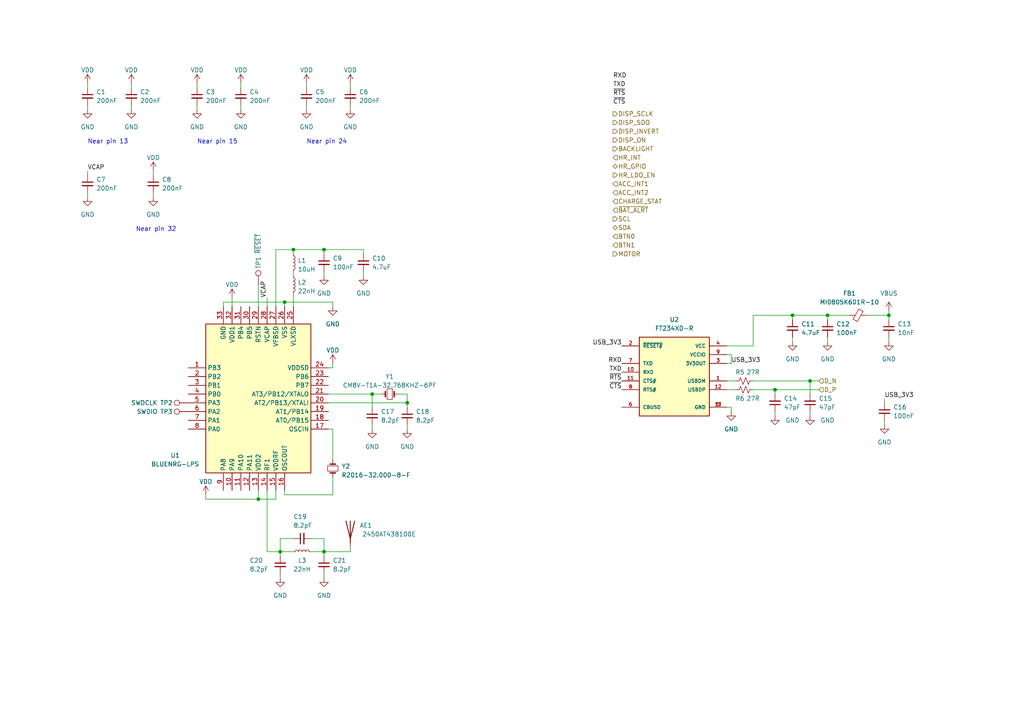
<source format=kicad_sch>
(kicad_sch (version 20230121) (generator eeschema)
  (paper "A4")
  (lib_symbols
    (symbol "Connector:TestPoint" (pin_numbers hide) (pin_names (offset 0.762) hide)
      (property "Reference" "TP" (at 0 6.858 0))
      (property "Value" "TestPoint" (at 0 5.08 0))
      (symbol "TestPoint_0_1"
        (circle (center 0 3.302) (radius 0.762))
      )
      (symbol "TestPoint_1_1"
        (pin passive line (at 0 0 90) (length 2.54) (name "1") (number "1"))
      )
    )
    (symbol "Device:Antenna" (pin_numbers hide) (pin_names (offset 1.016) hide)
      (property "Reference" "AE" (at -1.905 1.905 0))
      (property "Value" "Antenna" (at -1.905 0 0))
      (symbol "Antenna_0_1"
        (polyline (pts (xy 0 2.54) (xy 0 -3.81)) (stroke (width 0.254)))
        (polyline (pts (xy 1.27 2.54) (xy 0 -2.54) (xy -1.27 2.54)) (stroke (width 0.254)))
      )
      (symbol "Antenna_1_1"
        (pin input line (at 0 -5.08 90) (length 2.54) (name "A") (number "1"))
      )
    )
    (symbol "Device:C_Small" (pin_numbers hide) (pin_names (offset 0.254) hide)
      (property "Reference" "C" (at 0.254 1.778 0))
      (property "Value" "C_Small" (at 0.254 -2.032 0))
      (symbol "C_Small_0_1"
        (polyline (pts (xy -1.524 -0.508) (xy 1.524 -0.508)) (stroke (width 0.3302)))
        (polyline (pts (xy -1.524 0.508) (xy 1.524 0.508)) (stroke (width 0.3048)))
      )
      (symbol "C_Small_1_1"
        (pin passive line (at 0 2.54 270) (length 2.032) (name "~") (number "1"))
        (pin passive line (at 0 -2.54 90) (length 2.032) (name "~") (number "2"))
      )
    )
    (symbol "Device:Crystal_Small" (pin_numbers hide) (pin_names (offset 1.016) hide)
      (property "Reference" "Y" (at 0 2.54 0))
      (property "Value" "Crystal_Small" (at 0 -2.54 0))
      (symbol "Crystal_Small_0_1"
        (rectangle (start -0.762 -1.524) (end 0.762 1.524))
        (polyline (pts (xy -1.27 -0.762) (xy -1.27 0.762)) (stroke (width 0.381)))
        (polyline (pts (xy 1.27 -0.762) (xy 1.27 0.762)) (stroke (width 0.381)))
      )
      (symbol "Crystal_Small_1_1"
        (pin passive line (at -2.54 0 0) (length 1.27) (name "1") (number "1"))
        (pin passive line (at 2.54 0 180) (length 1.27) (name "2") (number "2"))
      )
    )
    (symbol "Device:FerriteBead_Small" (pin_numbers hide) (pin_names (offset 0))
      (property "Reference" "FB" (at 1.905 1.27 0))
      (property "Value" "FerriteBead_Small" (at 1.905 -1.27 0))
      (symbol "FerriteBead_Small_0_1"
        (polyline (pts (xy 0 -1.27) (xy 0 -0.7874)))
        (polyline (pts (xy 0 0.889) (xy 0 1.2954)))
        (polyline (pts (xy -1.8288 0.2794) (xy -1.1176 1.4986) (xy 1.8288 -0.2032) (xy 1.1176 -1.4224) (xy -1.8288 0.2794)))
      )
      (symbol "FerriteBead_Small_1_1"
        (pin passive line (at 0 2.54 270) (length 1.27) (name "~") (number "1"))
        (pin passive line (at 0 -2.54 90) (length 1.27) (name "~") (number "2"))
      )
    )
    (symbol "Device:L_Small" (pin_numbers hide) (pin_names (offset 0.254) hide)
      (property "Reference" "L" (at 0.762 1.016 0))
      (property "Value" "L_Small" (at 0.762 -1.016 0))
      (symbol "L_Small_0_1"
        (arc (start 0 -2.032) (mid 0.5058 -1.524) (end 0 -1.016))
        (arc (start 0 -1.016) (mid 0.5058 -0.508) (end 0 0))
        (arc (start 0 0) (mid 0.5058 0.508) (end 0 1.016))
        (arc (start 0 1.016) (mid 0.5058 1.524) (end 0 2.032))
      )
      (symbol "L_Small_1_1"
        (pin passive line (at 0 2.54 270) (length 0.508) (name "~") (number "1"))
        (pin passive line (at 0 -2.54 90) (length 0.508) (name "~") (number "2"))
      )
    )
    (symbol "Device:R_Small_US" (pin_numbers hide) (pin_names (offset 0.254) hide)
      (property "Reference" "R" (at 0.762 0.508 0))
      (property "Value" "R_Small_US" (at 0.762 -1.016 0))
      (symbol "R_Small_US_1_1"
        (polyline (pts (xy 0 0) (xy 1.016 -0.381) (xy 0 -0.762) (xy -1.016 -1.143) (xy 0 -1.524)))
        (polyline (pts (xy 0 1.524) (xy 1.016 1.143) (xy 0 0.762) (xy -1.016 0.381) (xy 0 0)))
        (pin passive line (at 0 2.54 270) (length 1.016) (name "~") (number "1"))
        (pin passive line (at 0 -2.54 90) (length 1.016) (name "~") (number "2"))
      )
    )
    (symbol "power:GND" (power) (pin_names (offset 0))
      (property "Value" "GND" (at 0 -3.81 0))
      (symbol "GND_0_1"
        (polyline (pts (xy 0 0) (xy 0 -1.27) (xy 1.27 -1.27) (xy 0 -2.54) (xy -1.27 -1.27) (xy 0 -1.27)))
      )
      (symbol "GND_1_1"
        (pin power_in line (at 0 0 270) (length 0) hide (name "GND") (number "1"))
      )
    )
    (symbol "power:VBUS" (power) (pin_names (offset 0))
      (property "Value" "VBUS" (at 0 3.81 0))
      (symbol "VBUS_0_1"
        (polyline (pts (xy -0.762 1.27) (xy 0 2.54)))
        (polyline (pts (xy 0 0) (xy 0 2.54)))
        (polyline (pts (xy 0 2.54) (xy 0.762 1.27)))
      )
      (symbol "VBUS_1_1"
        (pin power_in line (at 0 0 90) (length 0) hide (name "VBUS") (number "1"))
      )
    )
    (symbol "power:VDD" (power) (pin_names (offset 0))
      (property "Value" "VDD" (at 0 3.81 0))
      (symbol "VDD_0_1"
        (polyline (pts (xy -0.762 1.27) (xy 0 2.54)))
        (polyline (pts (xy 0 0) (xy 0 2.54)))
        (polyline (pts (xy 0 2.54) (xy 0.762 1.27)))
      )
      (symbol "VDD_1_1"
        (pin power_in line (at 0 0 90) (length 0) hide (name "VDD") (number "1"))
      )
    )
    (symbol "watch:BLUENRG-LPS"
      (property "Reference" "U" (at 36.83 17.78 0))
      (property "Value" "BLUENRG-LPS" (at 36.83 15.24 0))
      (symbol "BLUENRG-LPS_1_1"
        (rectangle (start 5.08 12.7) (end 35.56 -30.48) (stroke (width 0.254)) (fill (type background)))
        (pin passive line (at 0 0 0) (length 5.08) (name "PB3") (number "1"))
        (pin passive line (at 12.7 -35.56 90) (length 5.08) (name "PA9") (number "10"))
        (pin passive line (at 15.24 -35.56 90) (length 5.08) (name "PA10") (number "11"))
        (pin passive line (at 17.78 -35.56 90) (length 5.08) (name "PA11") (number "12"))
        (pin passive line (at 20.32 -35.56 90) (length 5.08) (name "VDD2") (number "13"))
        (pin passive line (at 22.86 -35.56 90) (length 5.08) (name "RF1") (number "14"))
        (pin passive line (at 25.4 -35.56 90) (length 5.08) (name "VDDRF") (number "15"))
        (pin passive line (at 27.94 -35.56 90) (length 5.08) (name "OSCOUT") (number "16"))
        (pin passive line (at 40.64 -17.78 180) (length 5.08) (name "OSCIN") (number "17"))
        (pin passive line (at 40.64 -15.24 180) (length 5.08) (name "AT0/PB15") (number "18"))
        (pin passive line (at 40.64 -12.7 180) (length 5.08) (name "AT1/PB14") (number "19"))
        (pin passive line (at 0 -2.54 0) (length 5.08) (name "PB2") (number "2"))
        (pin passive line (at 40.64 -10.16 180) (length 5.08) (name "AT2/PB13/XTALI") (number "20"))
        (pin passive line (at 40.64 -7.62 180) (length 5.08) (name "AT3/PB12/XTALO") (number "21"))
        (pin passive line (at 40.64 -5.08 180) (length 5.08) (name "PB7") (number "22"))
        (pin passive line (at 40.64 -2.54 180) (length 5.08) (name "PB6") (number "23"))
        (pin passive line (at 40.64 0 180) (length 5.08) (name "VDDSD") (number "24"))
        (pin passive line (at 30.48 17.78 270) (length 5.08) (name "VLXSD") (number "25"))
        (pin passive line (at 27.94 17.78 270) (length 5.08) (name "VSS") (number "26"))
        (pin passive line (at 25.4 17.78 270) (length 5.08) (name "VFBSD") (number "27"))
        (pin passive line (at 22.86 17.78 270) (length 5.08) (name "VCAP") (number "28"))
        (pin passive line (at 20.32 17.78 270) (length 5.08) (name "RSTN") (number "29"))
        (pin passive line (at 0 -5.08 0) (length 5.08) (name "PB1") (number "3"))
        (pin passive line (at 17.78 17.78 270) (length 5.08) (name "PB5") (number "30"))
        (pin passive line (at 15.24 17.78 270) (length 5.08) (name "PB4") (number "31"))
        (pin passive line (at 12.7 17.78 270) (length 5.08) (name "VDD1") (number "32"))
        (pin passive line (at 10.16 17.78 270) (length 5.08) (name "GND") (number "33"))
        (pin passive line (at 0 -7.62 0) (length 5.08) (name "PB0") (number "4"))
        (pin passive line (at 0 -10.16 0) (length 5.08) (name "PA3") (number "5"))
        (pin passive line (at 0 -12.7 0) (length 5.08) (name "PA2") (number "6"))
        (pin passive line (at 0 -15.24 0) (length 5.08) (name "PA1") (number "7"))
        (pin passive line (at 0 -17.78 0) (length 5.08) (name "PA0") (number "8"))
        (pin passive line (at 10.16 -35.56 90) (length 5.08) (name "PA8") (number "9"))
      )
    )
    (symbol "watch:FT234XD-R" (pin_names (offset 1.016))
      (property "Reference" "U" (at -10.16 13.97 0))
      (property "Value" "FT234XD-R" (at -10.16 -11.43 0))
      (symbol "FT234XD-R_0_0"
        (rectangle (start -10.16 -10.16) (end 10.16 12.7) (stroke (width 0.254)) (fill (type background)))
        (pin bidirectional line (at 15.24 0 180) (length 5.08) (name "USBDM") (number "1"))
        (pin input line (at -15.24 2.54 0) (length 5.08) (name "RXD") (number "10"))
        (pin input line (at -15.24 0 0) (length 5.08) (name "CTS#") (number "11"))
        (pin bidirectional line (at 15.24 -2.54 180) (length 5.08) (name "USBDP") (number "12"))
        (pin power_in line (at 15.24 -7.62 180) (length 5.08) (name "GND") (number "13"))
        (pin input line (at -15.24 10.16 0) (length 5.08) (name "~{RESET#}") (number "2"))
        (pin output line (at 15.24 5.08 180) (length 5.08) (name "3V3OUT") (number "3"))
        (pin power_in line (at 15.24 10.16 180) (length 5.08) (name "VCC") (number "4"))
        (pin power_in line (at 15.24 -7.62 180) (length 5.08) (name "GND") (number "5"))
        (pin bidirectional line (at -15.24 -7.62 0) (length 5.08) (name "CBUS0") (number "6"))
        (pin output line (at -15.24 5.08 0) (length 5.08) (name "TXD") (number "7"))
        (pin output line (at -15.24 -2.54 0) (length 5.08) (name "RTS#") (number "8"))
        (pin power_in line (at 15.24 7.62 180) (length 5.08) (name "VCCIO") (number "9"))
      )
    )
  )
  (junction (at 229.87 91.44))
  (junction (at 224.79 113.03))
  (junction (at 107.95 114.3))
  (junction (at 93.98 72.39))
  (junction (at 85.09 72.39))
  (junction (at 81.28 160.02))
  (junction (at 82.55 87.63))
  (junction (at 93.98 160.02))
  (junction (at 240.03 91.44))
  (junction (at 257.81 91.44))
  (junction (at 74.93 144.78))
  (junction (at 118.11 116.84))
  (junction (at 234.95 110.49))
  (wire (pts (xy 88.9 30.48) (xy 88.9 31.75)))
  (wire (pts (xy 77.47 86.36) (xy 77.47 88.9)))
  (wire (pts (xy 85.09 72.39) (xy 93.98 72.39)))
  (wire (pts (xy 82.55 87.63) (xy 96.52 87.63)))
  (wire (pts (xy 93.98 156.21) (xy 93.98 160.02)))
  (wire (pts (xy 210.82 100.33) (xy 218.44 100.33)))
  (wire (pts (xy 96.52 143.51) (xy 96.52 138.43)))
  (wire (pts (xy 212.09 118.11) (xy 212.09 119.38)))
  (wire (pts (xy 101.6 160.02) (xy 93.98 160.02)))
  (wire (pts (xy 107.95 123.19) (xy 107.95 124.46)))
  (wire (pts (xy 74.93 82.55) (xy 74.93 88.9)))
  (wire (pts (xy 240.03 97.79) (xy 240.03 99.06)))
  (wire (pts (xy 234.95 119.38) (xy 234.95 120.65)))
  (wire (pts (xy 101.6 158.75) (xy 101.6 160.02)))
  (wire (pts (xy 101.6 30.48) (xy 101.6 31.75)))
  (wire (pts (xy 59.69 144.78) (xy 59.69 143.51)))
  (wire (pts (xy 101.6 24.13) (xy 101.6 25.4)))
  (wire (pts (xy 95.25 124.46) (xy 96.52 124.46)))
  (wire (pts (xy 38.1 30.48) (xy 38.1 31.75)))
  (wire (pts (xy 81.28 166.37) (xy 81.28 167.64)))
  (wire (pts (xy 90.17 156.21) (xy 93.98 156.21)))
  (wire (pts (xy 64.77 88.9) (xy 64.77 87.63)))
  (wire (pts (xy 107.95 114.3) (xy 110.49 114.3)))
  (wire (pts (xy 229.87 91.44) (xy 240.03 91.44)))
  (wire (pts (xy 234.95 114.3) (xy 234.95 110.49)))
  (wire (pts (xy 93.98 72.39) (xy 93.98 73.66)))
  (wire (pts (xy 210.82 110.49) (xy 213.36 110.49)))
  (wire (pts (xy 257.81 97.79) (xy 257.81 99.06)))
  (wire (pts (xy 118.11 123.19) (xy 118.11 124.46)))
  (wire (pts (xy 80.01 142.24) (xy 80.01 144.78)))
  (wire (pts (xy 81.28 156.21) (xy 81.28 160.02)))
  (wire (pts (xy 96.52 106.68) (xy 95.25 106.68)))
  (wire (pts (xy 74.93 142.24) (xy 74.93 144.78)))
  (wire (pts (xy 57.15 24.13) (xy 57.15 25.4)))
  (wire (pts (xy 93.98 160.02) (xy 93.98 161.29)))
  (wire (pts (xy 82.55 143.51) (xy 96.52 143.51)))
  (wire (pts (xy 118.11 118.11) (xy 118.11 116.84)))
  (wire (pts (xy 218.44 100.33) (xy 218.44 91.44)))
  (wire (pts (xy 44.45 49.53) (xy 44.45 50.8)))
  (wire (pts (xy 118.11 114.3) (xy 118.11 116.84)))
  (wire (pts (xy 210.82 105.41) (xy 212.09 105.41)))
  (wire (pts (xy 218.44 91.44) (xy 229.87 91.44)))
  (wire (pts (xy 96.52 87.63) (xy 96.52 88.9)))
  (wire (pts (xy 69.85 30.48) (xy 69.85 31.75)))
  (wire (pts (xy 64.77 87.63) (xy 82.55 87.63)))
  (wire (pts (xy 210.82 118.11) (xy 212.09 118.11)))
  (wire (pts (xy 85.09 72.39) (xy 85.09 73.66)))
  (wire (pts (xy 256.54 121.92) (xy 256.54 123.19)))
  (wire (pts (xy 105.41 73.66) (xy 105.41 72.39)))
  (wire (pts (xy 74.93 144.78) (xy 80.01 144.78)))
  (wire (pts (xy 257.81 91.44) (xy 257.81 92.71)))
  (wire (pts (xy 85.09 78.74) (xy 85.09 80.01)))
  (wire (pts (xy 93.98 78.74) (xy 93.98 80.01)))
  (wire (pts (xy 81.28 160.02) (xy 85.09 160.02)))
  (wire (pts (xy 224.79 119.38) (xy 224.79 120.65)))
  (wire (pts (xy 240.03 91.44) (xy 246.38 91.44)))
  (wire (pts (xy 95.25 116.84) (xy 118.11 116.84)))
  (wire (pts (xy 234.95 110.49) (xy 237.49 110.49)))
  (wire (pts (xy 218.44 110.49) (xy 234.95 110.49)))
  (wire (pts (xy 80.01 88.9) (xy 80.01 72.39)))
  (wire (pts (xy 57.15 30.48) (xy 57.15 31.75)))
  (wire (pts (xy 224.79 113.03) (xy 237.49 113.03)))
  (wire (pts (xy 82.55 88.9) (xy 82.55 87.63)))
  (wire (pts (xy 85.09 156.21) (xy 81.28 156.21)))
  (wire (pts (xy 212.09 105.41) (xy 212.09 102.87)))
  (wire (pts (xy 44.45 55.88) (xy 44.45 57.15)))
  (wire (pts (xy 218.44 113.03) (xy 224.79 113.03)))
  (wire (pts (xy 212.09 102.87) (xy 210.82 102.87)))
  (wire (pts (xy 229.87 97.79) (xy 229.87 99.06)))
  (wire (pts (xy 257.81 90.17) (xy 257.81 91.44)))
  (wire (pts (xy 85.09 85.09) (xy 85.09 88.9)))
  (wire (pts (xy 77.47 142.24) (xy 77.47 160.02)))
  (wire (pts (xy 69.85 24.13) (xy 69.85 25.4)))
  (wire (pts (xy 81.28 161.29) (xy 81.28 160.02)))
  (wire (pts (xy 240.03 91.44) (xy 240.03 92.71)))
  (wire (pts (xy 38.1 24.13) (xy 38.1 25.4)))
  (wire (pts (xy 82.55 142.24) (xy 82.55 143.51)))
  (wire (pts (xy 95.25 114.3) (xy 107.95 114.3)))
  (wire (pts (xy 93.98 160.02) (xy 90.17 160.02)))
  (wire (pts (xy 107.95 114.3) (xy 107.95 118.11)))
  (wire (pts (xy 93.98 166.37) (xy 93.98 167.64)))
  (wire (pts (xy 210.82 113.03) (xy 213.36 113.03)))
  (wire (pts (xy 115.57 114.3) (xy 118.11 114.3)))
  (wire (pts (xy 88.9 24.13) (xy 88.9 25.4)))
  (wire (pts (xy 25.4 49.53) (xy 25.4 50.8)))
  (wire (pts (xy 59.69 144.78) (xy 74.93 144.78)))
  (wire (pts (xy 80.01 72.39) (xy 85.09 72.39)))
  (wire (pts (xy 67.31 86.36) (xy 67.31 88.9)))
  (wire (pts (xy 251.46 91.44) (xy 257.81 91.44)))
  (wire (pts (xy 229.87 91.44) (xy 229.87 92.71)))
  (wire (pts (xy 224.79 114.3) (xy 224.79 113.03)))
  (wire (pts (xy 25.4 55.88) (xy 25.4 57.15)))
  (wire (pts (xy 256.54 115.57) (xy 256.54 116.84)))
  (wire (pts (xy 105.41 78.74) (xy 105.41 80.01)))
  (wire (pts (xy 93.98 72.39) (xy 105.41 72.39)))
  (wire (pts (xy 77.47 160.02) (xy 81.28 160.02)))
  (wire (pts (xy 96.52 105.41) (xy 96.52 106.68)))
  (wire (pts (xy 25.4 30.48) (xy 25.4 31.75)))
  (wire (pts (xy 96.52 124.46) (xy 96.52 133.35)))
  (wire (pts (xy 25.4 24.13) (xy 25.4 25.4)))
  (text "Near pin 13" (at 25.4 41.91 0) (effects (font (size 1.27 1.27)) (justify left bottom)))
  (text "Near pin 32" (at 39.37 67.31 0) (effects (font (size 1.27 1.27)) (justify left bottom)))
  (text "Near pin 15" (at 57.15 41.91 0) (effects (font (size 1.27 1.27)) (justify left bottom)))
  (text "Near pin 24" (at 88.9 41.91 0) (effects (font (size 1.27 1.27)) (justify left bottom)))
  (label "USB_3V3" (at 180.34 100.33 180))
  (label "VCAP" (at 25.4 49.53 0))
  (label "VCAP" (at 77.47 86.36 90))
  (label "~{CTS}" (at 177.8 30.48 0))
  (label "~{CTS}" (at 180.34 113.03 180))
  (label "USB_3V3" (at 256.54 115.57 0))
  (label "~{RTS}" (at 177.8 27.94 0))
  (label "~{RTS}" (at 180.34 110.49 180))
  (label "TXD" (at 177.8 25.4 0))
  (label "RXD" (at 180.34 105.41 180))
  (label "RXD" (at 177.8 22.86 0))
  (label "USB_3V3" (at 212.09 105.41 0))
  (label "TXD" (at 180.34 107.95 180))
  (hierarchical_label "HR_INT" (shape input) (at 177.8 45.72 0))
  (hierarchical_label "DISP_SCLK" (shape output) (at 177.8 33.02 0))
  (hierarchical_label "DISP_INVERT" (shape output) (at 177.8 38.1 0))
  (hierarchical_label "ACC_INT1" (shape input) (at 177.8 53.34 0))
  (hierarchical_label "BTN1" (shape input) (at 177.8 71.12 0))
  (hierarchical_label "DISP_SDO" (shape output) (at 177.8 35.56 0))
  (hierarchical_label "ACC_INT2" (shape input) (at 177.8 55.88 0))
  (hierarchical_label "CHARGE_STAT" (shape input) (at 177.8 58.42 0))
  (hierarchical_label "BACKLIGHT" (shape output) (at 177.8 43.18 0))
  (hierarchical_label "D_P" (shape input) (at 237.49 113.03 0))
  (hierarchical_label "HR_GPIO" (shape bidirectional) (at 177.8 48.26 0))
  (hierarchical_label "DISP_ON" (shape output) (at 177.8 40.64 0))
  (hierarchical_label "SDA" (shape bidirectional) (at 177.8 66.04 0))
  (hierarchical_label "~{BAT_ALRT}" (shape input) (at 177.8 60.96 0))
  (hierarchical_label "MOTOR" (shape output) (at 177.8 73.66 0))
  (hierarchical_label "HR_LDO_EN" (shape output) (at 177.8 50.8 0))
  (hierarchical_label "SCL" (shape output) (at 177.8 63.5 0))
  (hierarchical_label "D_N" (shape input) (at 237.49 110.49 0))
  (hierarchical_label "BTN0" (shape input) (at 177.8 68.58 0))
  (symbol (lib_id "power:GND") (at 105.41 80.01 0) (mirror y) (unit 1)
    (property "Reference" "#PWR024" (effects hide))
    (property "Value" "GND" (at 105.41 85.09 0))
  )
  (symbol (lib_id "power:VDD") (at 38.1 24.13 0) (unit 1)
    (property "Reference" "#PWR09" (effects hide))
    (property "Value" "VDD" (at 38.1 20.32 0))
  )
  (symbol (lib_id "Device:L_Small") (at 85.09 76.2 0) (unit 1)
    (property "Reference" "L1" (at 86.36 75.565 0) (effects (justify left)))
    (property "Value" "10uH" (at 86.36 78.105 0) (effects (justify left)))
    (property "Footprint" "Inductor_SMD:L_0603_1608Metric_Pad1.05x0.95mm_HandSolder" (effects hide))
  )
  (symbol (lib_id "Device:C_Small") (at 93.98 163.83 0) (mirror y) (unit 1)
    (property "Reference" "C21" (at 96.52 162.56 0) (effects (justify right)))
    (property "Value" "8.2pF" (at 96.52 165.1 0) (effects (justify right)))
    (property "Footprint" "Capacitor_SMD:C_0402_1005Metric_Pad0.74x0.62mm_HandSolder" (effects hide))
  )
  (symbol (lib_id "Device:C_Small") (at 44.45 53.34 0) (mirror y) (unit 1)
    (property "Reference" "C8" (at 46.99 52.07 0) (effects (justify right)))
    (property "Value" "200nF" (at 46.99 54.61 0) (effects (justify right)))
    (property "Footprint" "Capacitor_SMD:C_0402_1005Metric_Pad0.74x0.62mm_HandSolder" (effects hide))
  )
  (symbol (lib_id "power:VDD") (at 25.4 24.13 0) (unit 1)
    (property "Reference" "#PWR08" (effects hide))
    (property "Value" "VDD" (at 25.4 20.32 0))
  )
  (symbol (lib_id "power:GND") (at 96.52 88.9 0) (mirror y) (unit 1)
    (property "Reference" "#PWR026" (effects hide))
    (property "Value" "GND" (at 96.52 93.98 0))
  )
  (symbol (lib_id "Device:R_Small_US") (at 215.9 110.49 90) (unit 1)
    (property "Reference" "R5" (at 214.63 107.95 90))
    (property "Value" "27R" (at 218.44 107.95 90))
    (property "Footprint" "Resistor_SMD:R_0402_1005Metric_Pad0.72x0.64mm_HandSolder" (effects hide))
  )
  (symbol (lib_id "power:GND") (at 257.81 99.06 0) (mirror y) (unit 1)
    (property "Reference" "#PWR030" (effects hide))
    (property "Value" "GND" (at 257.81 104.14 0))
  )
  (symbol (lib_id "Device:C_Small") (at 57.15 27.94 0) (mirror y) (unit 1)
    (property "Reference" "C3" (at 59.69 26.67 0) (effects (justify right)))
    (property "Value" "200nF" (at 59.69 29.21 0) (effects (justify right)))
    (property "Footprint" "Capacitor_SMD:C_0402_1005Metric_Pad0.74x0.62mm_HandSolder" (effects hide))
  )
  (symbol (lib_id "Device:Antenna") (at 101.6 153.67 0) (mirror y) (unit 1)
    (property "Reference" "AE1" (at 107.95 152.4 0) (effects (justify left)))
    (property "Value" "2450AT43B100E" (at 120.65 154.94 0) (effects (justify left)))
    (property "Footprint" "watch:ANTENNA_2450AT43B100E" (effects hide))
    (property "Datasheet" "https://www.johansontechnology.com/datasheets/2450AT43B100/2450AT43B100.pdf" (effects hide))
  )
  (symbol (lib_id "Connector:TestPoint") (at 54.61 119.38 90) (unit 1)
    (property "Reference" "TP3" (at 48.26 119.38 90))
    (property "Value" "SWDIO" (at 45.72 119.38 90) (effects (justify left)))
    (property "Footprint" "TestPoint:TestPoint_THTPad_D1.0mm_Drill0.5mm" (effects hide))
  )
  (symbol (lib_id "power:VDD") (at 101.6 24.13 0) (unit 1)
    (property "Reference" "#PWR013" (effects hide))
    (property "Value" "VDD" (at 101.6 20.32 0))
  )
  (symbol (lib_id "Device:Crystal_Small") (at 113.03 114.3 180) (unit 1)
    (property "Reference" "Y1" (at 113.03 109.22 0))
    (property "Value" "CM8V-T1A-32.768KHZ-6PF" (at 113.03 111.76 0))
    (property "Footprint" "Crystal:Crystal_SMD_2012-2Pin_2.0x1.2mm_HandSoldering" (effects hide))
  )
  (symbol (lib_id "Device:L_Small") (at 87.63 160.02 90) (unit 1)
    (property "Reference" "L3" (at 87.63 162.56 90))
    (property "Value" "22nH" (at 87.63 165.1 90))
    (property "Footprint" "Inductor_SMD:L_0402_1005Metric_Pad0.77x0.64mm_HandSolder" (effects hide))
  )
  (symbol (lib_id "power:VDD") (at 96.52 105.41 0) (unit 1)
    (property "Reference" "#PWR031" (effects hide))
    (property "Value" "VDD" (at 96.52 101.6 0))
  )
  (symbol (lib_id "power:GND") (at 38.1 31.75 0) (mirror y) (unit 1)
    (property "Reference" "#PWR015" (effects hide))
    (property "Value" "GND" (at 38.1 36.83 0))
  )
  (symbol (lib_id "Device:C_Small") (at 256.54 119.38 0) (mirror y) (unit 1)
    (property "Reference" "C16" (at 259.08 118.11 0) (effects (justify right)))
    (property "Value" "100nF" (at 259.08 120.65 0) (effects (justify right)))
    (property "Footprint" "Capacitor_SMD:C_0402_1005Metric_Pad0.74x0.62mm_HandSolder" (effects hide))
  )
  (symbol (lib_id "Device:C_Small") (at 69.85 27.94 0) (mirror y) (unit 1)
    (property "Reference" "C4" (at 72.39 26.67 0) (effects (justify right)))
    (property "Value" "200nF" (at 72.39 29.21 0) (effects (justify right)))
    (property "Footprint" "Capacitor_SMD:C_0402_1005Metric_Pad0.74x0.62mm_HandSolder" (effects hide))
  )
  (symbol (lib_id "power:GND") (at 44.45 57.15 0) (mirror y) (unit 1)
    (property "Reference" "#PWR022" (effects hide))
    (property "Value" "GND" (at 44.45 62.23 0))
  )
  (symbol (lib_id "Device:C_Small") (at 257.81 95.25 0) (mirror y) (unit 1)
    (property "Reference" "C13" (at 260.35 93.98 0) (effects (justify right)))
    (property "Value" "10nF" (at 260.35 96.52 0) (effects (justify right)))
    (property "Footprint" "Capacitor_SMD:C_0402_1005Metric_Pad0.74x0.62mm_HandSolder" (effects hide))
  )
  (symbol (lib_id "Device:C_Small") (at 88.9 27.94 0) (mirror y) (unit 1)
    (property "Reference" "C5" (at 91.44 26.67 0) (effects (justify right)))
    (property "Value" "200nF" (at 91.44 29.21 0) (effects (justify right)))
    (property "Footprint" "Capacitor_SMD:C_0402_1005Metric_Pad0.74x0.62mm_HandSolder" (effects hide))
  )
  (symbol (lib_id "Device:C_Small") (at 105.41 76.2 0) (mirror y) (unit 1)
    (property "Reference" "C10" (at 107.95 74.93 0) (effects (justify right)))
    (property "Value" "4.7uF" (at 107.95 77.47 0) (effects (justify right)))
    (property "Footprint" "Capacitor_SMD:C_0402_1005Metric_Pad0.74x0.62mm_HandSolder" (effects hide))
  )
  (symbol (lib_id "Device:C_Small") (at 25.4 27.94 0) (mirror y) (unit 1)
    (property "Reference" "C1" (at 27.94 26.67 0) (effects (justify right)))
    (property "Value" "200nF" (at 27.94 29.21 0) (effects (justify right)))
    (property "Footprint" "Capacitor_SMD:C_0402_1005Metric_Pad0.74x0.62mm_HandSolder" (effects hide))
  )
  (symbol (lib_id "power:GND") (at 81.28 167.64 0) (mirror y) (unit 1)
    (property "Reference" "#PWR039" (effects hide))
    (property "Value" "GND" (at 81.28 172.72 0))
  )
  (symbol (lib_id "power:GND") (at 256.54 123.19 0) (mirror y) (unit 1)
    (property "Reference" "#PWR035" (effects hide))
    (property "Value" "GND" (at 256.54 128.27 0))
  )
  (symbol (lib_id "power:GND") (at 229.87 99.06 0) (mirror y) (unit 1)
    (property "Reference" "#PWR028" (effects hide))
    (property "Value" "GND" (at 229.87 104.14 0))
  )
  (symbol (lib_id "power:GND") (at 88.9 31.75 0) (mirror y) (unit 1)
    (property "Reference" "#PWR018" (effects hide))
    (property "Value" "GND" (at 88.9 36.83 0))
  )
  (symbol (lib_id "Device:Crystal_Small") (at 96.52 135.89 90) (unit 1)
    (property "Reference" "Y2" (at 99.06 135.255 90) (effects (justify right)))
    (property "Value" "R2016-32.000-8-F" (at 99.06 137.795 90) (effects (justify right)))
    (property "Footprint" "Crystal:Crystal_SMD_2016-4Pin_2.0x1.6mm" (effects hide))
  )
  (symbol (lib_id "power:VDD") (at 88.9 24.13 0) (unit 1)
    (property "Reference" "#PWR012" (effects hide))
    (property "Value" "VDD" (at 88.9 20.32 0))
  )
  (symbol (lib_id "Device:C_Small") (at 38.1 27.94 0) (mirror y) (unit 1)
    (property "Reference" "C2" (at 40.64 26.67 0) (effects (justify right)))
    (property "Value" "200nF" (at 40.64 29.21 0) (effects (justify right)))
    (property "Footprint" "Capacitor_SMD:C_0402_1005Metric_Pad0.74x0.62mm_HandSolder" (effects hide))
  )
  (symbol (lib_id "power:VDD") (at 69.85 24.13 0) (unit 1)
    (property "Reference" "#PWR011" (effects hide))
    (property "Value" "VDD" (at 69.85 20.32 0))
  )
  (symbol (lib_id "Device:C_Small") (at 240.03 95.25 0) (mirror y) (unit 1)
    (property "Reference" "C12" (at 242.57 93.98 0) (effects (justify right)))
    (property "Value" "100nF" (at 242.57 96.52 0) (effects (justify right)))
    (property "Footprint" "Capacitor_SMD:C_0402_1005Metric_Pad0.74x0.62mm_HandSolder" (effects hide))
  )
  (symbol (lib_id "watch:BLUENRG-LPS") (at 54.61 106.68 0) (unit 1)
    (property "Reference" "U1" (at 50.8 132.08 0))
    (property "Value" "BLUENRG-LPS" (at 50.8 134.62 0))
    (property "Footprint" "watch:BLUERNG-332" (effects hide))
    (property "Datasheet" "https://www.st.com/resource/en/datasheet/bluenrg-lps.pdf" (effects hide))
    (property "Height" "1" (effects hide))
    (property "Manufacturer_Name" "STMicroelectronics" (effects hide))
    (property "Manufacturer_Part_Number" "BLUENRG-LPS" (effects hide))
  )
  (symbol (lib_id "Device:C_Small") (at 87.63 156.21 90) (mirror x) (unit 1)
    (property "Reference" "C19" (at 85.09 149.86 90) (effects (justify right)))
    (property "Value" "8.2pF" (at 85.09 152.4 90) (effects (justify right)))
    (property "Footprint" "Capacitor_SMD:C_0402_1005Metric_Pad0.74x0.62mm_HandSolder" (effects hide))
  )
  (symbol (lib_id "power:GND") (at 93.98 167.64 0) (mirror y) (unit 1)
    (property "Reference" "#PWR040" (effects hide))
    (property "Value" "GND" (at 93.98 172.72 0))
  )
  (symbol (lib_id "watch:FT234XD-R") (at 195.58 110.49 0) (unit 1)
    (property "Reference" "U2" (at 195.58 92.71 0))
    (property "Value" "FT234XD-R" (at 195.58 95.25 0))
    (property "Footprint" "watch:SON45P300X300X80-13N" (effects hide))
    (property "Datasheet" "http://www.ftdichip.com/Support/Documents/DataSheets/ICs/DS_FT234XD.pdf" (effects hide))
    (property "MANUFACTURER" "FTDI" (effects hide))
    (property "STANDARD" "IPC-7351B" (effects hide))
    (property "PARTREV" "Version 1.2" (effects hide))
    (property "MAXIMUM_PACKAGE_HEIGHT" "0.8mm" (effects hide))
  )
  (symbol (lib_id "power:GND") (at 118.11 124.46 0) (mirror y) (unit 1)
    (property "Reference" "#PWR037" (effects hide))
    (property "Value" "GND" (at 118.11 129.54 0))
  )
  (symbol (lib_id "power:GND") (at 101.6 31.75 0) (mirror y) (unit 1)
    (property "Reference" "#PWR019" (effects hide))
    (property "Value" "GND" (at 101.6 36.83 0))
  )
  (symbol (lib_id "Device:C_Small") (at 118.11 120.65 0) (mirror y) (unit 1)
    (property "Reference" "C18" (at 120.65 119.38 0) (effects (justify right)))
    (property "Value" "8.2pF" (at 120.65 121.92 0) (effects (justify right)))
    (property "Footprint" "Capacitor_SMD:C_0402_1005Metric_Pad0.74x0.62mm_HandSolder" (effects hide))
  )
  (symbol (lib_id "Device:FerriteBead_Small") (at 248.92 91.44 90) (unit 1)
    (property "Reference" "FB1" (at 246.38 85.09 90))
    (property "Value" "MI0805K601R-10" (at 246.38 87.63 90))
    (property "Footprint" "Resistor_SMD:R_0805_2012Metric_Pad1.20x1.40mm_HandSolder" (effects hide))
  )
  (symbol (lib_id "Device:C_Small") (at 107.95 120.65 0) (mirror y) (unit 1)
    (property "Reference" "C17" (at 110.49 119.38 0) (effects (justify right)))
    (property "Value" "8.2pF" (at 110.49 121.92 0) (effects (justify right)))
    (property "Footprint" "Capacitor_SMD:C_0402_1005Metric_Pad0.74x0.62mm_HandSolder" (effects hide))
  )
  (symbol (lib_id "power:VDD") (at 44.45 49.53 0) (unit 1)
    (property "Reference" "#PWR020" (effects hide))
    (property "Value" "VDD" (at 44.45 45.72 0))
  )
  (symbol (lib_id "power:VDD") (at 57.15 24.13 0) (unit 1)
    (property "Reference" "#PWR010" (effects hide))
    (property "Value" "VDD" (at 57.15 20.32 0))
  )
  (symbol (lib_id "power:GND") (at 93.98 80.01 0) (mirror y) (unit 1)
    (property "Reference" "#PWR023" (effects hide))
    (property "Value" "GND" (at 93.98 85.09 0))
  )
  (symbol (lib_id "Connector:TestPoint") (at 54.61 116.84 90) (unit 1)
    (property "Reference" "TP2" (at 48.26 116.84 90))
    (property "Value" "SWDCLK" (at 45.72 116.84 90) (effects (justify left)))
    (property "Footprint" "TestPoint:TestPoint_THTPad_D1.0mm_Drill0.5mm" (effects hide))
  )
  (symbol (lib_id "power:GND") (at 234.95 120.65 0) (unit 1)
    (property "Reference" "#PWR034" (effects hide))
    (property "Value" "GND" (at 240.03 121.92 0))
  )
  (symbol (lib_id "Device:C_Small") (at 93.98 76.2 0) (mirror y) (unit 1)
    (property "Reference" "C9" (at 96.52 74.93 0) (effects (justify right)))
    (property "Value" "100nF" (at 96.52 77.47 0) (effects (justify right)))
    (property "Footprint" "Capacitor_SMD:C_0402_1005Metric_Pad0.74x0.62mm_HandSolder" (effects hide))
  )
  (symbol (lib_id "Device:C_Small") (at 101.6 27.94 0) (mirror y) (unit 1)
    (property "Reference" "C6" (at 104.14 26.67 0) (effects (justify right)))
    (property "Value" "200nF" (at 104.14 29.21 0) (effects (justify right)))
    (property "Footprint" "Capacitor_SMD:C_0402_1005Metric_Pad0.74x0.62mm_HandSolder" (effects hide))
  )
  (symbol (lib_id "Device:C_Small") (at 81.28 163.83 0) (mirror y) (unit 1)
    (property "Reference" "C20" (at 72.39 162.56 0) (effects (justify right)))
    (property "Value" "8.2pF" (at 72.39 165.1 0) (effects (justify right)))
    (property "Footprint" "Capacitor_SMD:C_0402_1005Metric_Pad0.74x0.62mm_HandSolder" (effects hide))
  )
  (symbol (lib_id "power:VDD") (at 59.69 143.51 0) (unit 1)
    (property "Reference" "#PWR038" (effects hide))
    (property "Value" "VDD" (at 59.69 139.7 0))
  )
  (symbol (lib_id "Device:C_Small") (at 234.95 116.84 180) (unit 1)
    (property "Reference" "C15" (at 237.49 115.5635 0) (effects (justify right)))
    (property "Value" "47pF" (at 237.49 118.1035 0) (effects (justify right)))
    (property "Footprint" "Capacitor_SMD:C_0402_1005Metric_Pad0.74x0.62mm_HandSolder" (effects hide))
  )
  (symbol (lib_id "Device:C_Small") (at 25.4 53.34 0) (mirror y) (unit 1)
    (property "Reference" "C7" (at 27.94 52.07 0) (effects (justify right)))
    (property "Value" "200nF" (at 27.94 54.61 0) (effects (justify right)))
    (property "Footprint" "Capacitor_SMD:C_0402_1005Metric_Pad0.74x0.62mm_HandSolder" (effects hide))
  )
  (symbol (lib_id "Device:R_Small_US") (at 215.9 113.03 90) (unit 1)
    (property "Reference" "R6" (at 214.63 115.57 90))
    (property "Value" "27R" (at 218.44 115.57 90))
    (property "Footprint" "Resistor_SMD:R_0402_1005Metric_Pad0.72x0.64mm_HandSolder" (effects hide))
  )
  (symbol (lib_id "power:GND") (at 57.15 31.75 0) (mirror y) (unit 1)
    (property "Reference" "#PWR016" (effects hide))
    (property "Value" "GND" (at 57.15 36.83 0))
  )
  (symbol (lib_id "power:VDD") (at 67.31 86.36 0) (unit 1)
    (property "Reference" "#PWR025" (effects hide))
    (property "Value" "VDD" (at 67.31 82.55 0))
  )
  (symbol (lib_id "power:GND") (at 212.09 119.38 0) (mirror y) (unit 1)
    (property "Reference" "#PWR032" (effects hide))
    (property "Value" "GND" (at 212.09 124.46 0))
  )
  (symbol (lib_id "power:GND") (at 69.85 31.75 0) (mirror y) (unit 1)
    (property "Reference" "#PWR017" (effects hide))
    (property "Value" "GND" (at 69.85 36.83 0))
  )
  (symbol (lib_id "power:GND") (at 25.4 31.75 0) (mirror y) (unit 1)
    (property "Reference" "#PWR014" (effects hide))
    (property "Value" "GND" (at 25.4 36.83 0))
  )
  (symbol (lib_id "Device:L_Small") (at 85.09 82.55 0) (unit 1)
    (property "Reference" "L2" (at 86.36 81.915 0) (effects (justify left)))
    (property "Value" "22nH" (at 86.36 84.455 0) (effects (justify left)))
    (property "Footprint" "Inductor_SMD:L_0402_1005Metric_Pad0.77x0.64mm_HandSolder" (effects hide))
  )
  (symbol (lib_id "power:GND") (at 25.4 57.15 0) (mirror y) (unit 1)
    (property "Reference" "#PWR021" (effects hide))
    (property "Value" "GND" (at 25.4 62.23 0))
  )
  (symbol (lib_id "power:GND") (at 224.79 120.65 0) (unit 1)
    (property "Reference" "#PWR033" (effects hide))
    (property "Value" "GND" (at 229.87 121.92 0))
  )
  (symbol (lib_id "power:VBUS") (at 257.81 90.17 0) (unit 1)
    (property "Reference" "#PWR027" (effects hide))
    (property "Value" "VBUS" (at 257.81 85.09 0))
  )
  (symbol (lib_id "Device:C_Small") (at 224.79 116.84 180) (unit 1)
    (property "Reference" "C14" (at 227.33 115.5635 0) (effects (justify right)))
    (property "Value" "47pF" (at 227.33 118.1035 0) (effects (justify right)))
    (property "Footprint" "Capacitor_SMD:C_0402_1005Metric_Pad0.74x0.62mm_HandSolder" (effects hide))
  )
  (symbol (lib_id "Connector:TestPoint") (at 74.93 82.55 0) (unit 1)
    (property "Reference" "TP1" (at 74.93 76.2 90))
    (property "Value" "~{RESET}" (at 74.93 73.66 90) (effects (justify left)))
    (property "Footprint" "TestPoint:TestPoint_THTPad_D1.0mm_Drill0.5mm" (effects hide))
  )
  (symbol (lib_id "Device:C_Small") (at 229.87 95.25 0) (mirror y) (unit 1)
    (property "Reference" "C11" (at 232.41 93.98 0) (effects (justify right)))
    (property "Value" "4.7uF" (at 232.41 96.52 0) (effects (justify right)))
    (property "Footprint" "Capacitor_SMD:C_0402_1005Metric_Pad0.74x0.62mm_HandSolder" (effects hide))
  )
  (symbol (lib_id "power:GND") (at 240.03 99.06 0) (mirror y) (unit 1)
    (property "Reference" "#PWR029" (effects hide))
    (property "Value" "GND" (at 240.03 104.14 0))
  )
  (symbol (lib_id "power:GND") (at 107.95 124.46 0) (mirror y) (unit 1)
    (property "Reference" "#PWR036" (effects hide))
    (property "Value" "GND" (at 107.95 129.54 0))
  )
)
</source>
